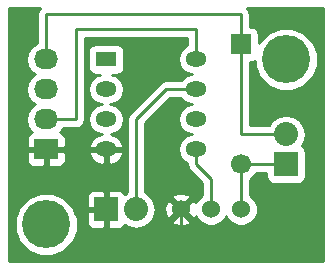
<source format=gtl>
G04 #@! TF.FileFunction,Copper,L1,Top,Signal*
%FSLAX46Y46*%
G04 Gerber Fmt 4.6, Leading zero omitted, Abs format (unit mm)*
G04 Created by KiCad (PCBNEW 4.0.2+dfsg1-stable) date mer. 16 août 2017 22:45:08 CEST*
%MOMM*%
G01*
G04 APERTURE LIST*
%ADD10C,0.100000*%
%ADD11R,1.778000X1.300000*%
%ADD12O,1.778000X1.300000*%
%ADD13C,1.699260*%
%ADD14R,1.699260X1.699260*%
%ADD15R,2.032000X1.727200*%
%ADD16O,2.032000X1.727200*%
%ADD17R,2.032000X2.032000*%
%ADD18O,2.032000X2.032000*%
%ADD19C,1.524000*%
%ADD20C,4.064000*%
%ADD21C,0.250000*%
%ADD22C,0.254000*%
G04 APERTURE END LIST*
D10*
D11*
X139700000Y-100330000D03*
D12*
X139700000Y-102870000D03*
X139700000Y-105410000D03*
X139700000Y-107950000D03*
X147320000Y-107950000D03*
X147320000Y-105410000D03*
X147320000Y-102870000D03*
X147320000Y-100330000D03*
D13*
X151132540Y-109220520D03*
D14*
X151132540Y-99060520D03*
D15*
X134620000Y-107950000D03*
D16*
X134620000Y-105410000D03*
X134620000Y-102870000D03*
X134620000Y-100330000D03*
D17*
X139700000Y-113030000D03*
D18*
X142240000Y-113030000D03*
D17*
X154940000Y-109220000D03*
D18*
X154940000Y-106680000D03*
D19*
X148590000Y-113030000D03*
X146050000Y-113030000D03*
X151130000Y-113030000D03*
D20*
X134620000Y-114300000D03*
X154940000Y-100330000D03*
D21*
X151132540Y-109220520D02*
X151132540Y-113027460D01*
X151132540Y-113027460D02*
X151130000Y-113030000D01*
X151132540Y-109220520D02*
X154939480Y-109220520D01*
X154939480Y-109220520D02*
X154940000Y-109220000D01*
X134620000Y-100330000D02*
X134620000Y-96520000D01*
X151132540Y-96522540D02*
X151132540Y-99060520D01*
X151130000Y-96520000D02*
X151132540Y-96522540D01*
X134620000Y-96520000D02*
X151130000Y-96520000D01*
X151132540Y-99060520D02*
X151132540Y-106677460D01*
X151135080Y-106680000D02*
X154940000Y-106680000D01*
X151132540Y-106677460D02*
X151135080Y-106680000D01*
X139700000Y-113030000D02*
X139700000Y-115570000D01*
X146050000Y-115570000D02*
X146050000Y-113030000D01*
X139700000Y-115570000D02*
X146050000Y-115570000D01*
X134620000Y-107950000D02*
X139700000Y-107950000D01*
X142240000Y-113030000D02*
X142240000Y-105410000D01*
X144780000Y-102870000D02*
X147320000Y-102870000D01*
X142240000Y-105410000D02*
X144780000Y-102870000D01*
X147320000Y-107950000D02*
X147320000Y-109220000D01*
X148590000Y-110490000D02*
X148590000Y-113030000D01*
X147320000Y-109220000D02*
X148590000Y-110490000D01*
X134620000Y-105410000D02*
X137160000Y-105410000D01*
X147320000Y-97790000D02*
X147320000Y-100330000D01*
X137160000Y-97790000D02*
X147320000Y-97790000D01*
X137160000Y-105410000D02*
X137160000Y-97790000D01*
D22*
G36*
X134082599Y-95982599D02*
X133917852Y-96229161D01*
X133860000Y-96520000D01*
X133860000Y-98946654D01*
X133375585Y-99270330D01*
X133050729Y-99756511D01*
X132936655Y-100330000D01*
X133050729Y-100903489D01*
X133375585Y-101389670D01*
X133690366Y-101600000D01*
X133375585Y-101810330D01*
X133050729Y-102296511D01*
X132936655Y-102870000D01*
X133050729Y-103443489D01*
X133375585Y-103929670D01*
X133690366Y-104140000D01*
X133375585Y-104350330D01*
X133050729Y-104836511D01*
X132936655Y-105410000D01*
X133050729Y-105983489D01*
X133375585Y-106469670D01*
X133397780Y-106484500D01*
X133244301Y-106548073D01*
X133065673Y-106726702D01*
X132969000Y-106960091D01*
X132969000Y-107664250D01*
X133127750Y-107823000D01*
X134493000Y-107823000D01*
X134493000Y-107803000D01*
X134747000Y-107803000D01*
X134747000Y-107823000D01*
X136112250Y-107823000D01*
X136271000Y-107664250D01*
X136271000Y-106960091D01*
X136174327Y-106726702D01*
X135995699Y-106548073D01*
X135842220Y-106484500D01*
X135864415Y-106469670D01*
X136064648Y-106170000D01*
X137160000Y-106170000D01*
X137450839Y-106112148D01*
X137697401Y-105947401D01*
X137862148Y-105700839D01*
X137920000Y-105410000D01*
X137920000Y-102870000D01*
X138146143Y-102870000D01*
X138243958Y-103361748D01*
X138522511Y-103778632D01*
X138939395Y-104057185D01*
X139355733Y-104140000D01*
X138939395Y-104222815D01*
X138522511Y-104501368D01*
X138243958Y-104918252D01*
X138146143Y-105410000D01*
X138243958Y-105901748D01*
X138522511Y-106318632D01*
X138939395Y-106597185D01*
X139316952Y-106672286D01*
X138882204Y-106791137D01*
X138482785Y-107100846D01*
X138232290Y-107539831D01*
X138217901Y-107624529D01*
X138341933Y-107823000D01*
X139573000Y-107823000D01*
X139573000Y-107803000D01*
X139827000Y-107803000D01*
X139827000Y-107823000D01*
X141058067Y-107823000D01*
X141182099Y-107624529D01*
X141167710Y-107539831D01*
X140917215Y-107100846D01*
X140517796Y-106791137D01*
X140083048Y-106672286D01*
X140460605Y-106597185D01*
X140877489Y-106318632D01*
X141156042Y-105901748D01*
X141253857Y-105410000D01*
X141156042Y-104918252D01*
X140877489Y-104501368D01*
X140460605Y-104222815D01*
X140044267Y-104140000D01*
X140460605Y-104057185D01*
X140877489Y-103778632D01*
X141156042Y-103361748D01*
X141253857Y-102870000D01*
X141156042Y-102378252D01*
X140877489Y-101961368D01*
X140460605Y-101682815D01*
X140182217Y-101627440D01*
X140589000Y-101627440D01*
X140824317Y-101583162D01*
X141040441Y-101444090D01*
X141185431Y-101231890D01*
X141236440Y-100980000D01*
X141236440Y-99680000D01*
X141192162Y-99444683D01*
X141053090Y-99228559D01*
X140840890Y-99083569D01*
X140589000Y-99032560D01*
X138811000Y-99032560D01*
X138575683Y-99076838D01*
X138359559Y-99215910D01*
X138214569Y-99428110D01*
X138163560Y-99680000D01*
X138163560Y-100980000D01*
X138207838Y-101215317D01*
X138346910Y-101431441D01*
X138559110Y-101576431D01*
X138811000Y-101627440D01*
X139217783Y-101627440D01*
X138939395Y-101682815D01*
X138522511Y-101961368D01*
X138243958Y-102378252D01*
X138146143Y-102870000D01*
X137920000Y-102870000D01*
X137920000Y-98550000D01*
X146560000Y-98550000D01*
X146560000Y-99142695D01*
X146559395Y-99142815D01*
X146142511Y-99421368D01*
X145863958Y-99838252D01*
X145766143Y-100330000D01*
X145863958Y-100821748D01*
X146142511Y-101238632D01*
X146559395Y-101517185D01*
X146975733Y-101600000D01*
X146559395Y-101682815D01*
X146142511Y-101961368D01*
X146043198Y-102110000D01*
X144780000Y-102110000D01*
X144537414Y-102158254D01*
X144489160Y-102167852D01*
X144242599Y-102332599D01*
X141702599Y-104872599D01*
X141537852Y-105119161D01*
X141480000Y-105410000D01*
X141480000Y-111568717D01*
X141275481Y-111705372D01*
X141254327Y-111654301D01*
X141075698Y-111475673D01*
X140842309Y-111379000D01*
X139985750Y-111379000D01*
X139827000Y-111537750D01*
X139827000Y-112903000D01*
X139847000Y-112903000D01*
X139847000Y-113157000D01*
X139827000Y-113157000D01*
X139827000Y-114522250D01*
X139985750Y-114681000D01*
X140842309Y-114681000D01*
X141075698Y-114584327D01*
X141254327Y-114405699D01*
X141275481Y-114354628D01*
X141575845Y-114555325D01*
X142207655Y-114681000D01*
X142272345Y-114681000D01*
X142904155Y-114555325D01*
X143439778Y-114197433D01*
X143564874Y-114010213D01*
X145249392Y-114010213D01*
X145318857Y-114252397D01*
X145842302Y-114439144D01*
X146397368Y-114411362D01*
X146781143Y-114252397D01*
X146850608Y-114010213D01*
X146050000Y-113209605D01*
X145249392Y-114010213D01*
X143564874Y-114010213D01*
X143797670Y-113661810D01*
X143923345Y-113030000D01*
X143882032Y-112822302D01*
X144640856Y-112822302D01*
X144668638Y-113377368D01*
X144827603Y-113761143D01*
X145069787Y-113830608D01*
X145870395Y-113030000D01*
X145069787Y-112229392D01*
X144827603Y-112298857D01*
X144640856Y-112822302D01*
X143882032Y-112822302D01*
X143797670Y-112398190D01*
X143564875Y-112049787D01*
X145249392Y-112049787D01*
X146050000Y-112850395D01*
X146850608Y-112049787D01*
X146781143Y-111807603D01*
X146257698Y-111620856D01*
X145702632Y-111648638D01*
X145318857Y-111807603D01*
X145249392Y-112049787D01*
X143564875Y-112049787D01*
X143439778Y-111862567D01*
X143000000Y-111568717D01*
X143000000Y-105724802D01*
X145094802Y-103630000D01*
X146043198Y-103630000D01*
X146142511Y-103778632D01*
X146559395Y-104057185D01*
X146975733Y-104140000D01*
X146559395Y-104222815D01*
X146142511Y-104501368D01*
X145863958Y-104918252D01*
X145766143Y-105410000D01*
X145863958Y-105901748D01*
X146142511Y-106318632D01*
X146559395Y-106597185D01*
X146975733Y-106680000D01*
X146559395Y-106762815D01*
X146142511Y-107041368D01*
X145863958Y-107458252D01*
X145766143Y-107950000D01*
X145863958Y-108441748D01*
X146142511Y-108858632D01*
X146559395Y-109137185D01*
X146560000Y-109137305D01*
X146560000Y-109220000D01*
X146617852Y-109510839D01*
X146782599Y-109757401D01*
X147830000Y-110804802D01*
X147830000Y-111832469D01*
X147799697Y-111844990D01*
X147406371Y-112237630D01*
X147326605Y-112429727D01*
X147272397Y-112298857D01*
X147030213Y-112229392D01*
X146229605Y-113030000D01*
X147030213Y-113830608D01*
X147272397Y-113761143D01*
X147322509Y-113620682D01*
X147404990Y-113820303D01*
X147797630Y-114213629D01*
X148310900Y-114426757D01*
X148866661Y-114427242D01*
X149380303Y-114215010D01*
X149773629Y-113822370D01*
X149859949Y-113614488D01*
X149944990Y-113820303D01*
X150337630Y-114213629D01*
X150850900Y-114426757D01*
X151406661Y-114427242D01*
X151920303Y-114215010D01*
X152313629Y-113822370D01*
X152526757Y-113309100D01*
X152527242Y-112753339D01*
X152315010Y-112239697D01*
X151922370Y-111846371D01*
X151892540Y-111833985D01*
X151892540Y-110512867D01*
X151972417Y-110479862D01*
X152390414Y-110062594D01*
X152424494Y-109980520D01*
X153276560Y-109980520D01*
X153276560Y-110236000D01*
X153320838Y-110471317D01*
X153459910Y-110687441D01*
X153672110Y-110832431D01*
X153924000Y-110883440D01*
X155956000Y-110883440D01*
X156191317Y-110839162D01*
X156407441Y-110700090D01*
X156552431Y-110487890D01*
X156603440Y-110236000D01*
X156603440Y-108204000D01*
X156559162Y-107968683D01*
X156420090Y-107752559D01*
X156263794Y-107645767D01*
X156465325Y-107344155D01*
X156591000Y-106712345D01*
X156591000Y-106647655D01*
X156465325Y-106015845D01*
X156107433Y-105480222D01*
X155571810Y-105122330D01*
X154940000Y-104996655D01*
X154308190Y-105122330D01*
X153772567Y-105480222D01*
X153478717Y-105920000D01*
X151892540Y-105920000D01*
X151892540Y-100557590D01*
X151982170Y-100557590D01*
X152217487Y-100513312D01*
X152272870Y-100477674D01*
X152272538Y-100858172D01*
X152677709Y-101838761D01*
X153427293Y-102589655D01*
X154407173Y-102996536D01*
X155468172Y-102997462D01*
X156448761Y-102592291D01*
X157199655Y-101842707D01*
X157606536Y-100862827D01*
X157607462Y-99801828D01*
X157202291Y-98821239D01*
X156452707Y-98070345D01*
X155472827Y-97663464D01*
X154411828Y-97662538D01*
X153431239Y-98067709D01*
X152680345Y-98817293D01*
X152629610Y-98939477D01*
X152629610Y-98210890D01*
X152585332Y-97975573D01*
X152446260Y-97759449D01*
X152234060Y-97614459D01*
X151982170Y-97563450D01*
X151892540Y-97563450D01*
X151892540Y-96522540D01*
X151834688Y-96231701D01*
X151669941Y-95985139D01*
X151667401Y-95982599D01*
X151633579Y-95960000D01*
X158040000Y-95960000D01*
X158040000Y-117400000D01*
X131520000Y-117400000D01*
X131520000Y-114828172D01*
X131952538Y-114828172D01*
X132357709Y-115808761D01*
X133107293Y-116559655D01*
X134087173Y-116966536D01*
X135148172Y-116967462D01*
X136128761Y-116562291D01*
X136879655Y-115812707D01*
X137286536Y-114832827D01*
X137287462Y-113771828D01*
X137099015Y-113315750D01*
X138049000Y-113315750D01*
X138049000Y-114172310D01*
X138145673Y-114405699D01*
X138324302Y-114584327D01*
X138557691Y-114681000D01*
X139414250Y-114681000D01*
X139573000Y-114522250D01*
X139573000Y-113157000D01*
X138207750Y-113157000D01*
X138049000Y-113315750D01*
X137099015Y-113315750D01*
X136882291Y-112791239D01*
X136132707Y-112040345D01*
X135765073Y-111887690D01*
X138049000Y-111887690D01*
X138049000Y-112744250D01*
X138207750Y-112903000D01*
X139573000Y-112903000D01*
X139573000Y-111537750D01*
X139414250Y-111379000D01*
X138557691Y-111379000D01*
X138324302Y-111475673D01*
X138145673Y-111654301D01*
X138049000Y-111887690D01*
X135765073Y-111887690D01*
X135152827Y-111633464D01*
X134091828Y-111632538D01*
X133111239Y-112037709D01*
X132360345Y-112787293D01*
X131953464Y-113767173D01*
X131952538Y-114828172D01*
X131520000Y-114828172D01*
X131520000Y-108235750D01*
X132969000Y-108235750D01*
X132969000Y-108939909D01*
X133065673Y-109173298D01*
X133244301Y-109351927D01*
X133477690Y-109448600D01*
X134334250Y-109448600D01*
X134493000Y-109289850D01*
X134493000Y-108077000D01*
X134747000Y-108077000D01*
X134747000Y-109289850D01*
X134905750Y-109448600D01*
X135762310Y-109448600D01*
X135995699Y-109351927D01*
X136174327Y-109173298D01*
X136271000Y-108939909D01*
X136271000Y-108275471D01*
X138217901Y-108275471D01*
X138232290Y-108360169D01*
X138482785Y-108799154D01*
X138882204Y-109108863D01*
X139369740Y-109242145D01*
X139573000Y-109081763D01*
X139573000Y-108077000D01*
X139827000Y-108077000D01*
X139827000Y-109081763D01*
X140030260Y-109242145D01*
X140517796Y-109108863D01*
X140917215Y-108799154D01*
X141167710Y-108360169D01*
X141182099Y-108275471D01*
X141058067Y-108077000D01*
X139827000Y-108077000D01*
X139573000Y-108077000D01*
X138341933Y-108077000D01*
X138217901Y-108275471D01*
X136271000Y-108275471D01*
X136271000Y-108235750D01*
X136112250Y-108077000D01*
X134747000Y-108077000D01*
X134493000Y-108077000D01*
X133127750Y-108077000D01*
X132969000Y-108235750D01*
X131520000Y-108235750D01*
X131520000Y-95960000D01*
X134116421Y-95960000D01*
X134082599Y-95982599D01*
X134082599Y-95982599D01*
G37*
X134082599Y-95982599D02*
X133917852Y-96229161D01*
X133860000Y-96520000D01*
X133860000Y-98946654D01*
X133375585Y-99270330D01*
X133050729Y-99756511D01*
X132936655Y-100330000D01*
X133050729Y-100903489D01*
X133375585Y-101389670D01*
X133690366Y-101600000D01*
X133375585Y-101810330D01*
X133050729Y-102296511D01*
X132936655Y-102870000D01*
X133050729Y-103443489D01*
X133375585Y-103929670D01*
X133690366Y-104140000D01*
X133375585Y-104350330D01*
X133050729Y-104836511D01*
X132936655Y-105410000D01*
X133050729Y-105983489D01*
X133375585Y-106469670D01*
X133397780Y-106484500D01*
X133244301Y-106548073D01*
X133065673Y-106726702D01*
X132969000Y-106960091D01*
X132969000Y-107664250D01*
X133127750Y-107823000D01*
X134493000Y-107823000D01*
X134493000Y-107803000D01*
X134747000Y-107803000D01*
X134747000Y-107823000D01*
X136112250Y-107823000D01*
X136271000Y-107664250D01*
X136271000Y-106960091D01*
X136174327Y-106726702D01*
X135995699Y-106548073D01*
X135842220Y-106484500D01*
X135864415Y-106469670D01*
X136064648Y-106170000D01*
X137160000Y-106170000D01*
X137450839Y-106112148D01*
X137697401Y-105947401D01*
X137862148Y-105700839D01*
X137920000Y-105410000D01*
X137920000Y-102870000D01*
X138146143Y-102870000D01*
X138243958Y-103361748D01*
X138522511Y-103778632D01*
X138939395Y-104057185D01*
X139355733Y-104140000D01*
X138939395Y-104222815D01*
X138522511Y-104501368D01*
X138243958Y-104918252D01*
X138146143Y-105410000D01*
X138243958Y-105901748D01*
X138522511Y-106318632D01*
X138939395Y-106597185D01*
X139316952Y-106672286D01*
X138882204Y-106791137D01*
X138482785Y-107100846D01*
X138232290Y-107539831D01*
X138217901Y-107624529D01*
X138341933Y-107823000D01*
X139573000Y-107823000D01*
X139573000Y-107803000D01*
X139827000Y-107803000D01*
X139827000Y-107823000D01*
X141058067Y-107823000D01*
X141182099Y-107624529D01*
X141167710Y-107539831D01*
X140917215Y-107100846D01*
X140517796Y-106791137D01*
X140083048Y-106672286D01*
X140460605Y-106597185D01*
X140877489Y-106318632D01*
X141156042Y-105901748D01*
X141253857Y-105410000D01*
X141156042Y-104918252D01*
X140877489Y-104501368D01*
X140460605Y-104222815D01*
X140044267Y-104140000D01*
X140460605Y-104057185D01*
X140877489Y-103778632D01*
X141156042Y-103361748D01*
X141253857Y-102870000D01*
X141156042Y-102378252D01*
X140877489Y-101961368D01*
X140460605Y-101682815D01*
X140182217Y-101627440D01*
X140589000Y-101627440D01*
X140824317Y-101583162D01*
X141040441Y-101444090D01*
X141185431Y-101231890D01*
X141236440Y-100980000D01*
X141236440Y-99680000D01*
X141192162Y-99444683D01*
X141053090Y-99228559D01*
X140840890Y-99083569D01*
X140589000Y-99032560D01*
X138811000Y-99032560D01*
X138575683Y-99076838D01*
X138359559Y-99215910D01*
X138214569Y-99428110D01*
X138163560Y-99680000D01*
X138163560Y-100980000D01*
X138207838Y-101215317D01*
X138346910Y-101431441D01*
X138559110Y-101576431D01*
X138811000Y-101627440D01*
X139217783Y-101627440D01*
X138939395Y-101682815D01*
X138522511Y-101961368D01*
X138243958Y-102378252D01*
X138146143Y-102870000D01*
X137920000Y-102870000D01*
X137920000Y-98550000D01*
X146560000Y-98550000D01*
X146560000Y-99142695D01*
X146559395Y-99142815D01*
X146142511Y-99421368D01*
X145863958Y-99838252D01*
X145766143Y-100330000D01*
X145863958Y-100821748D01*
X146142511Y-101238632D01*
X146559395Y-101517185D01*
X146975733Y-101600000D01*
X146559395Y-101682815D01*
X146142511Y-101961368D01*
X146043198Y-102110000D01*
X144780000Y-102110000D01*
X144537414Y-102158254D01*
X144489160Y-102167852D01*
X144242599Y-102332599D01*
X141702599Y-104872599D01*
X141537852Y-105119161D01*
X141480000Y-105410000D01*
X141480000Y-111568717D01*
X141275481Y-111705372D01*
X141254327Y-111654301D01*
X141075698Y-111475673D01*
X140842309Y-111379000D01*
X139985750Y-111379000D01*
X139827000Y-111537750D01*
X139827000Y-112903000D01*
X139847000Y-112903000D01*
X139847000Y-113157000D01*
X139827000Y-113157000D01*
X139827000Y-114522250D01*
X139985750Y-114681000D01*
X140842309Y-114681000D01*
X141075698Y-114584327D01*
X141254327Y-114405699D01*
X141275481Y-114354628D01*
X141575845Y-114555325D01*
X142207655Y-114681000D01*
X142272345Y-114681000D01*
X142904155Y-114555325D01*
X143439778Y-114197433D01*
X143564874Y-114010213D01*
X145249392Y-114010213D01*
X145318857Y-114252397D01*
X145842302Y-114439144D01*
X146397368Y-114411362D01*
X146781143Y-114252397D01*
X146850608Y-114010213D01*
X146050000Y-113209605D01*
X145249392Y-114010213D01*
X143564874Y-114010213D01*
X143797670Y-113661810D01*
X143923345Y-113030000D01*
X143882032Y-112822302D01*
X144640856Y-112822302D01*
X144668638Y-113377368D01*
X144827603Y-113761143D01*
X145069787Y-113830608D01*
X145870395Y-113030000D01*
X145069787Y-112229392D01*
X144827603Y-112298857D01*
X144640856Y-112822302D01*
X143882032Y-112822302D01*
X143797670Y-112398190D01*
X143564875Y-112049787D01*
X145249392Y-112049787D01*
X146050000Y-112850395D01*
X146850608Y-112049787D01*
X146781143Y-111807603D01*
X146257698Y-111620856D01*
X145702632Y-111648638D01*
X145318857Y-111807603D01*
X145249392Y-112049787D01*
X143564875Y-112049787D01*
X143439778Y-111862567D01*
X143000000Y-111568717D01*
X143000000Y-105724802D01*
X145094802Y-103630000D01*
X146043198Y-103630000D01*
X146142511Y-103778632D01*
X146559395Y-104057185D01*
X146975733Y-104140000D01*
X146559395Y-104222815D01*
X146142511Y-104501368D01*
X145863958Y-104918252D01*
X145766143Y-105410000D01*
X145863958Y-105901748D01*
X146142511Y-106318632D01*
X146559395Y-106597185D01*
X146975733Y-106680000D01*
X146559395Y-106762815D01*
X146142511Y-107041368D01*
X145863958Y-107458252D01*
X145766143Y-107950000D01*
X145863958Y-108441748D01*
X146142511Y-108858632D01*
X146559395Y-109137185D01*
X146560000Y-109137305D01*
X146560000Y-109220000D01*
X146617852Y-109510839D01*
X146782599Y-109757401D01*
X147830000Y-110804802D01*
X147830000Y-111832469D01*
X147799697Y-111844990D01*
X147406371Y-112237630D01*
X147326605Y-112429727D01*
X147272397Y-112298857D01*
X147030213Y-112229392D01*
X146229605Y-113030000D01*
X147030213Y-113830608D01*
X147272397Y-113761143D01*
X147322509Y-113620682D01*
X147404990Y-113820303D01*
X147797630Y-114213629D01*
X148310900Y-114426757D01*
X148866661Y-114427242D01*
X149380303Y-114215010D01*
X149773629Y-113822370D01*
X149859949Y-113614488D01*
X149944990Y-113820303D01*
X150337630Y-114213629D01*
X150850900Y-114426757D01*
X151406661Y-114427242D01*
X151920303Y-114215010D01*
X152313629Y-113822370D01*
X152526757Y-113309100D01*
X152527242Y-112753339D01*
X152315010Y-112239697D01*
X151922370Y-111846371D01*
X151892540Y-111833985D01*
X151892540Y-110512867D01*
X151972417Y-110479862D01*
X152390414Y-110062594D01*
X152424494Y-109980520D01*
X153276560Y-109980520D01*
X153276560Y-110236000D01*
X153320838Y-110471317D01*
X153459910Y-110687441D01*
X153672110Y-110832431D01*
X153924000Y-110883440D01*
X155956000Y-110883440D01*
X156191317Y-110839162D01*
X156407441Y-110700090D01*
X156552431Y-110487890D01*
X156603440Y-110236000D01*
X156603440Y-108204000D01*
X156559162Y-107968683D01*
X156420090Y-107752559D01*
X156263794Y-107645767D01*
X156465325Y-107344155D01*
X156591000Y-106712345D01*
X156591000Y-106647655D01*
X156465325Y-106015845D01*
X156107433Y-105480222D01*
X155571810Y-105122330D01*
X154940000Y-104996655D01*
X154308190Y-105122330D01*
X153772567Y-105480222D01*
X153478717Y-105920000D01*
X151892540Y-105920000D01*
X151892540Y-100557590D01*
X151982170Y-100557590D01*
X152217487Y-100513312D01*
X152272870Y-100477674D01*
X152272538Y-100858172D01*
X152677709Y-101838761D01*
X153427293Y-102589655D01*
X154407173Y-102996536D01*
X155468172Y-102997462D01*
X156448761Y-102592291D01*
X157199655Y-101842707D01*
X157606536Y-100862827D01*
X157607462Y-99801828D01*
X157202291Y-98821239D01*
X156452707Y-98070345D01*
X155472827Y-97663464D01*
X154411828Y-97662538D01*
X153431239Y-98067709D01*
X152680345Y-98817293D01*
X152629610Y-98939477D01*
X152629610Y-98210890D01*
X152585332Y-97975573D01*
X152446260Y-97759449D01*
X152234060Y-97614459D01*
X151982170Y-97563450D01*
X151892540Y-97563450D01*
X151892540Y-96522540D01*
X151834688Y-96231701D01*
X151669941Y-95985139D01*
X151667401Y-95982599D01*
X151633579Y-95960000D01*
X158040000Y-95960000D01*
X158040000Y-117400000D01*
X131520000Y-117400000D01*
X131520000Y-114828172D01*
X131952538Y-114828172D01*
X132357709Y-115808761D01*
X133107293Y-116559655D01*
X134087173Y-116966536D01*
X135148172Y-116967462D01*
X136128761Y-116562291D01*
X136879655Y-115812707D01*
X137286536Y-114832827D01*
X137287462Y-113771828D01*
X137099015Y-113315750D01*
X138049000Y-113315750D01*
X138049000Y-114172310D01*
X138145673Y-114405699D01*
X138324302Y-114584327D01*
X138557691Y-114681000D01*
X139414250Y-114681000D01*
X139573000Y-114522250D01*
X139573000Y-113157000D01*
X138207750Y-113157000D01*
X138049000Y-113315750D01*
X137099015Y-113315750D01*
X136882291Y-112791239D01*
X136132707Y-112040345D01*
X135765073Y-111887690D01*
X138049000Y-111887690D01*
X138049000Y-112744250D01*
X138207750Y-112903000D01*
X139573000Y-112903000D01*
X139573000Y-111537750D01*
X139414250Y-111379000D01*
X138557691Y-111379000D01*
X138324302Y-111475673D01*
X138145673Y-111654301D01*
X138049000Y-111887690D01*
X135765073Y-111887690D01*
X135152827Y-111633464D01*
X134091828Y-111632538D01*
X133111239Y-112037709D01*
X132360345Y-112787293D01*
X131953464Y-113767173D01*
X131952538Y-114828172D01*
X131520000Y-114828172D01*
X131520000Y-108235750D01*
X132969000Y-108235750D01*
X132969000Y-108939909D01*
X133065673Y-109173298D01*
X133244301Y-109351927D01*
X133477690Y-109448600D01*
X134334250Y-109448600D01*
X134493000Y-109289850D01*
X134493000Y-108077000D01*
X134747000Y-108077000D01*
X134747000Y-109289850D01*
X134905750Y-109448600D01*
X135762310Y-109448600D01*
X135995699Y-109351927D01*
X136174327Y-109173298D01*
X136271000Y-108939909D01*
X136271000Y-108275471D01*
X138217901Y-108275471D01*
X138232290Y-108360169D01*
X138482785Y-108799154D01*
X138882204Y-109108863D01*
X139369740Y-109242145D01*
X139573000Y-109081763D01*
X139573000Y-108077000D01*
X139827000Y-108077000D01*
X139827000Y-109081763D01*
X140030260Y-109242145D01*
X140517796Y-109108863D01*
X140917215Y-108799154D01*
X141167710Y-108360169D01*
X141182099Y-108275471D01*
X141058067Y-108077000D01*
X139827000Y-108077000D01*
X139573000Y-108077000D01*
X138341933Y-108077000D01*
X138217901Y-108275471D01*
X136271000Y-108275471D01*
X136271000Y-108235750D01*
X136112250Y-108077000D01*
X134747000Y-108077000D01*
X134493000Y-108077000D01*
X133127750Y-108077000D01*
X132969000Y-108235750D01*
X131520000Y-108235750D01*
X131520000Y-95960000D01*
X134116421Y-95960000D01*
X134082599Y-95982599D01*
M02*

</source>
